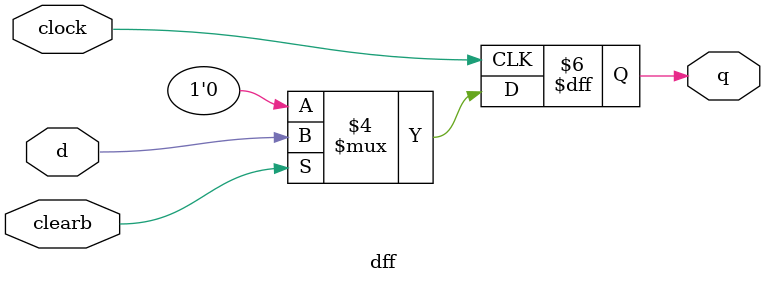
<source format=v>
module dff(d, clearb,clock, q); 
	input d, clearb, clock; 
	output q; 
	reg q; 
	always @ (posedge clock)  
		begin 
		if (!clearb) q <= 1'b0; 
		else q <= d;  
	end 
endmodule

</source>
